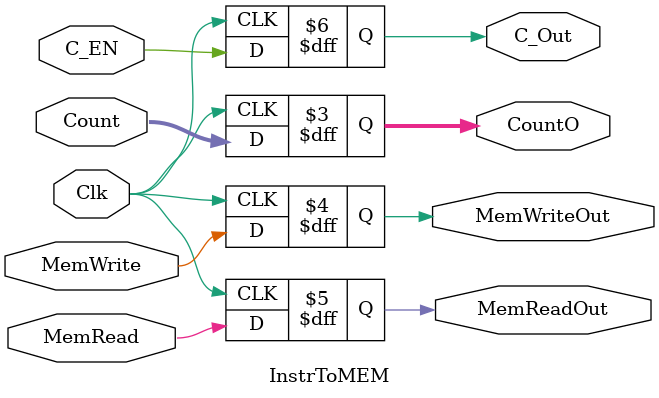
<source format=v>
`timescale 1ns / 1ps


module InstrToMEM(Clk,MemWrite,MemRead,MemWriteOut,MemReadOut,Count,CountO,C_EN,C_Out);

    input Clk;
    input MemWrite,MemRead,C_EN;
    input [5:0] Count;
    output reg [5:0] CountO;
    output reg MemWriteOut,MemReadOut,C_Out;
    initial begin
    MemReadOut <= 0;
    MemReadOut <= 0;
    CountO <= 0;
    C_Out <= 0;
    end
    always@(posedge Clk) begin
        C_Out <= C_EN;
         CountO <= Count;
        MemWriteOut <= MemWrite;
        MemReadOut <= MemRead;  
    end
endmodule

</source>
